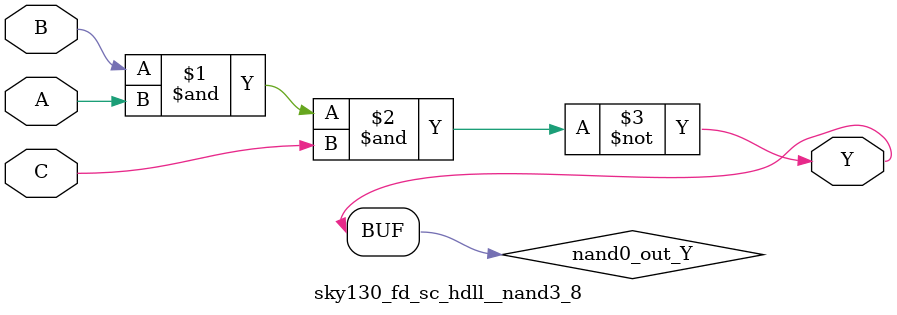
<source format=v>
module sky130_fd_sc_hdll__nand3_8 (
    Y,
    A,
    B,
    C
);
    output Y;
    input  A;
    input  B;
    input  C;
    wire nand0_out_Y;
    nand nand0 (nand0_out_Y, B, A, C        );
    buf  buf0  (Y          , nand0_out_Y    );
endmodule
</source>
